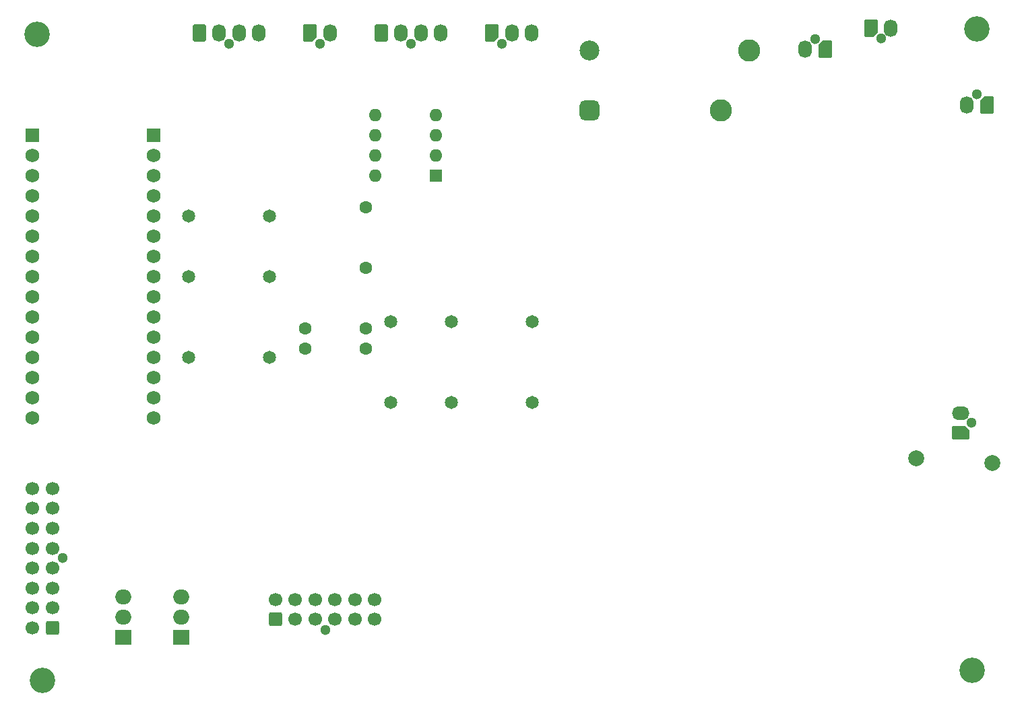
<source format=gbr>
%TF.GenerationSoftware,KiCad,Pcbnew,8.0.4*%
%TF.CreationDate,2025-02-24T12:54:05-08:00*%
%TF.ProjectId,Accumulator_Board,41636375-6d75-46c6-9174-6f725f426f61,rev?*%
%TF.SameCoordinates,Original*%
%TF.FileFunction,Soldermask,Bot*%
%TF.FilePolarity,Negative*%
%FSLAX46Y46*%
G04 Gerber Fmt 4.6, Leading zero omitted, Abs format (unit mm)*
G04 Created by KiCad (PCBNEW 8.0.4) date 2025-02-24 12:54:05*
%MOMM*%
%LPD*%
G01*
G04 APERTURE LIST*
G04 Aperture macros list*
%AMRoundRect*
0 Rectangle with rounded corners*
0 $1 Rounding radius*
0 $2 $3 $4 $5 $6 $7 $8 $9 X,Y pos of 4 corners*
0 Add a 4 corners polygon primitive as box body*
4,1,4,$2,$3,$4,$5,$6,$7,$8,$9,$2,$3,0*
0 Add four circle primitives for the rounded corners*
1,1,$1+$1,$2,$3*
1,1,$1+$1,$4,$5*
1,1,$1+$1,$6,$7*
1,1,$1+$1,$8,$9*
0 Add four rect primitives between the rounded corners*
20,1,$1+$1,$2,$3,$4,$5,0*
20,1,$1+$1,$4,$5,$6,$7,0*
20,1,$1+$1,$6,$7,$8,$9,0*
20,1,$1+$1,$8,$9,$2,$3,0*%
%AMFreePoly0*
4,1,22,0.945671,0.830970,1.026777,0.776777,1.080970,0.695671,1.100000,0.600000,1.100000,-0.600000,1.080970,-0.695671,1.026777,-0.776777,0.945671,-0.830970,0.850000,-0.850000,-0.450000,-0.850000,-0.545671,-0.830970,-0.626777,-0.776777,-1.026777,-0.376777,-1.080970,-0.295671,-1.100000,-0.200000,-1.100000,0.600000,-1.080970,0.695671,-1.026777,0.776777,-0.945671,0.830970,-0.850000,0.850000,
0.850000,0.850000,0.945671,0.830970,0.945671,0.830970,$1*%
G04 Aperture macros list end*
%ADD10C,1.300000*%
%ADD11RoundRect,0.250000X0.600000X0.600000X-0.600000X0.600000X-0.600000X-0.600000X0.600000X-0.600000X0*%
%ADD12C,1.700000*%
%ADD13RoundRect,0.102000X-0.765000X-0.765000X0.765000X-0.765000X0.765000X0.765000X-0.765000X0.765000X0*%
%ADD14C,1.734000*%
%ADD15FreePoly0,180.000000*%
%ADD16O,2.200000X1.700000*%
%ADD17C,2.000000*%
%ADD18RoundRect,0.250000X0.600000X-0.850000X0.600000X0.850000X-0.600000X0.850000X-0.600000X-0.850000X0*%
%ADD19O,1.700000X2.200000*%
%ADD20C,3.200000*%
%ADD21C,1.608074*%
%ADD22C,1.651000*%
%ADD23R,2.000000X1.905000*%
%ADD24O,2.000000X1.905000*%
%ADD25FreePoly0,90.000000*%
%ADD26RoundRect,0.625000X-0.625000X-0.625000X0.625000X-0.625000X0.625000X0.625000X-0.625000X0.625000X0*%
%ADD27C,2.800000*%
%ADD28C,2.500000*%
%ADD29R,1.600000X1.600000*%
%ADD30O,1.600000X1.600000*%
%ADD31FreePoly0,270.000000*%
%ADD32RoundRect,0.250000X0.600000X-0.600000X0.600000X0.600000X-0.600000X0.600000X-0.600000X-0.600000X0*%
G04 APERTURE END LIST*
D10*
%TO.C,J11*%
X29915000Y-91935000D03*
D11*
X28575000Y-100685000D03*
D12*
X28575000Y-98185000D03*
X28575000Y-95685000D03*
X28575000Y-93185000D03*
X28575000Y-90685000D03*
X28575000Y-88185000D03*
X28575000Y-85685000D03*
X28575000Y-83185000D03*
X26075000Y-100685000D03*
X26075000Y-98185000D03*
X26075000Y-95685000D03*
X26075000Y-93185000D03*
X26075000Y-90685000D03*
X26075000Y-88185000D03*
X26075000Y-85685000D03*
X26075000Y-83185000D03*
%TD*%
D13*
%TO.C,U2*%
X26035000Y-38735000D03*
D14*
X26035000Y-41275000D03*
X26035000Y-43815000D03*
X26035000Y-46355000D03*
X26035000Y-48895000D03*
X26035000Y-51435000D03*
X26035000Y-53975000D03*
X26035000Y-56515000D03*
X26035000Y-59055000D03*
X26035000Y-61595000D03*
X26035000Y-64135000D03*
X26035000Y-66675000D03*
X26035000Y-69215000D03*
X26035000Y-71755000D03*
X26035000Y-74295000D03*
D13*
X41275000Y-38735000D03*
D14*
X41275000Y-41275000D03*
X41275000Y-43815000D03*
X41275000Y-46355000D03*
X41275000Y-48895000D03*
X41275000Y-51435000D03*
X41275000Y-53975000D03*
X41275000Y-56515000D03*
X41275000Y-59055000D03*
X41275000Y-61595000D03*
X41275000Y-64135000D03*
X41275000Y-66675000D03*
X41275000Y-69215000D03*
X41275000Y-71755000D03*
X41275000Y-74295000D03*
%TD*%
D10*
%TO.C,J5*%
X144055000Y-74930000D03*
D15*
X142715000Y-76180000D03*
D16*
X142715000Y-73680000D03*
%TD*%
D17*
%TO.C,TP2*%
X137160000Y-79375000D03*
%TD*%
D10*
%TO.C,J7*%
X73660000Y-27215000D03*
D18*
X69910000Y-25875000D03*
D19*
X72410000Y-25875000D03*
X74910000Y-25875000D03*
X77410000Y-25875000D03*
%TD*%
D20*
%TO.C,REF\u002A\u002A*%
X27305000Y-107315000D03*
%TD*%
D21*
%TO.C,K4*%
X67945000Y-65571000D03*
X67945000Y-63031000D03*
X67945000Y-55411000D03*
X67945000Y-47791000D03*
X60325000Y-63031000D03*
X60325000Y-65571000D03*
%TD*%
D22*
%TO.C,K3*%
X55880000Y-66675000D03*
X55880000Y-56515000D03*
X55880000Y-48895000D03*
X45720000Y-48895000D03*
X45720000Y-56515000D03*
X45720000Y-66675000D03*
%TD*%
D23*
%TO.C,U9*%
X44760000Y-101895000D03*
D24*
X44760000Y-99355000D03*
X44760000Y-96815000D03*
%TD*%
D10*
%TO.C,J6*%
X62230000Y-27215000D03*
D25*
X60980000Y-25875000D03*
D19*
X63480000Y-25875000D03*
%TD*%
D22*
%TO.C,K1*%
X88887300Y-62230000D03*
X78727300Y-62230000D03*
X71107300Y-62230000D03*
X71107300Y-72390000D03*
X78727300Y-72390000D03*
X88887300Y-72390000D03*
%TD*%
D10*
%TO.C,J4*%
X50800000Y-27215000D03*
D18*
X47050000Y-25875000D03*
D19*
X49550000Y-25875000D03*
X52050000Y-25875000D03*
X54550000Y-25875000D03*
%TD*%
D10*
%TO.C,J1*%
X85090000Y-27215000D03*
D25*
X83840000Y-25875000D03*
D19*
X86340000Y-25875000D03*
X88840000Y-25875000D03*
%TD*%
D26*
%TO.C,K2*%
X96120000Y-35590000D03*
D27*
X112620000Y-35590000D03*
X116120000Y-28090000D03*
D28*
X96120000Y-28090000D03*
%TD*%
D29*
%TO.C,U12*%
X76825000Y-43805000D03*
D30*
X76825000Y-41265000D03*
X76825000Y-38725000D03*
X76825000Y-36185000D03*
X69205000Y-36185000D03*
X69205000Y-38725000D03*
X69205000Y-41265000D03*
X69205000Y-43805000D03*
%TD*%
D10*
%TO.C,J10*%
X132715000Y-26580000D03*
D25*
X131465000Y-25240000D03*
D19*
X133965000Y-25240000D03*
%TD*%
D20*
%TO.C,REF\u002A\u002A*%
X144145000Y-106045000D03*
%TD*%
D23*
%TO.C,U10*%
X37465000Y-101895000D03*
D24*
X37465000Y-99355000D03*
X37465000Y-96815000D03*
%TD*%
D10*
%TO.C,J8*%
X124460000Y-26600000D03*
D31*
X125710000Y-27940000D03*
D19*
X123210000Y-27940000D03*
%TD*%
D17*
%TO.C,TP1*%
X146685000Y-80010000D03*
%TD*%
D20*
%TO.C,REF\u002A\u002A*%
X144780000Y-25400000D03*
%TD*%
%TO.C,REF\u002A\u002A*%
X26670000Y-26035000D03*
%TD*%
D10*
%TO.C,J9*%
X144780000Y-33585000D03*
D31*
X146030000Y-34925000D03*
D19*
X143530000Y-34925000D03*
%TD*%
D10*
%TO.C,J2*%
X62865000Y-100965000D03*
D32*
X56615000Y-99625000D03*
D12*
X59115000Y-99625000D03*
X61615000Y-99625000D03*
X64115000Y-99625000D03*
X66615000Y-99625000D03*
X69115000Y-99625000D03*
X56615000Y-97125000D03*
X59115000Y-97125000D03*
X61615000Y-97125000D03*
X64115000Y-97125000D03*
X66615000Y-97125000D03*
X69115000Y-97125000D03*
%TD*%
M02*

</source>
